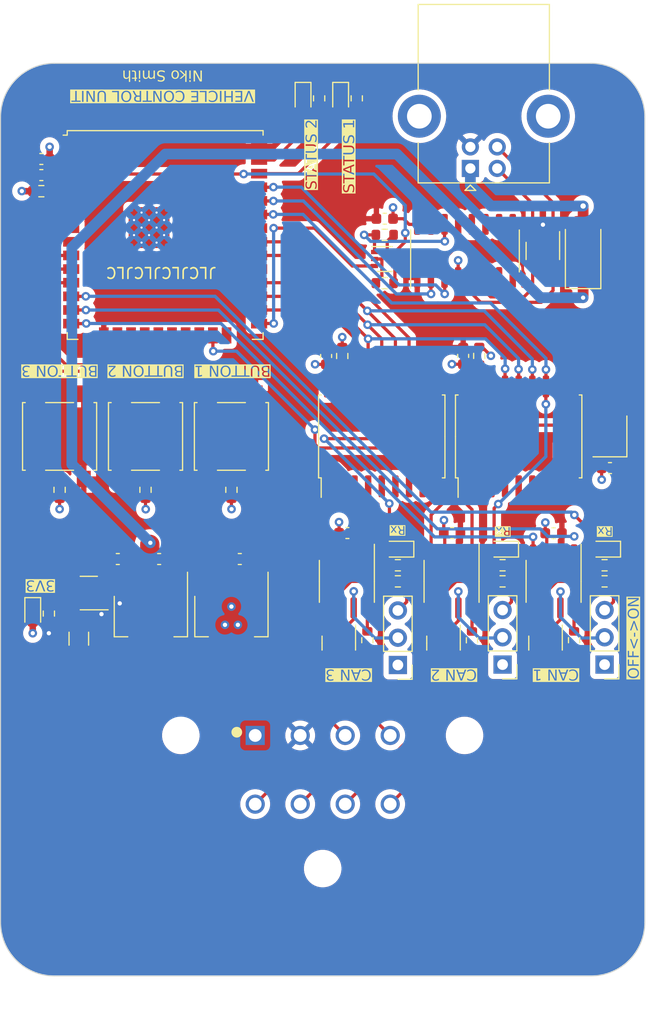
<source format=kicad_pcb>
(kicad_pcb (version 20221018) (generator pcbnew)
  (layers (0 "F.Cu" signal) (1 "In1.Cu" signal) (2 "In2.Cu" signal) (31 "B.Cu" signal) (34 "B.Paste" user) (35 "F.Paste" user) (36 "B.SilkS" user "B.Silkscreen") (37 "F.SilkS" user "F.Silkscreen") (38 "B.Mask" user) (39 "F.Mask" user) (44 "Edge.Cuts" user))
  (net 0 "")
  (net 1 "EN")
  (net 2 "GND")
  (net 3 "+3V3")
  (net 4 "+5V")
  (net 5 "Net-(Q2-S)")
  (net 6 "Net-(D1-A)")
  (net 7 "Net-(D2-K)")
  (net 8 "STATUS1_LED")
  (net 9 "CAN1-")
  (net 10 "CAN1+")
  (net 11 "CAN2-")
  (net 12 "CAN2+")
  (net 13 "CAN3-")
  (net 14 "CAN3+")
  (net 15 "Net-(D6-K)")
  (net 16 "CAN2_SPI_INT")
  (net 17 "Net-(D7-K)")
  (net 18 "CAN3_SPI_INT")
  (net 19 "Net-(D8-K)")
  (net 20 "CAN1_INT")
  (net 21 "Net-(D9-K)")
  (net 22 "STATUS2_LED")
  (net 23 "GLV+")
  (net 24 "Net-(Q2-D)")
  (net 25 "D-")
  (net 26 "D+")
  (net 28 "Net-(JP1-B)")
  (net 29 "Net-(JP2-B)")
  (net 30 "Net-(JP3-B)")
  (net 31 "RTS")
  (net 32 "Net-(Q1A-B1)")
  (net 33 "IO0")
  (net 34 "DTR")
  (net 35 "Net-(Q1B-B2)")
  (net 36 "Net-(U4-Rs)")
  (net 37 "Net-(U5-Rs)")
  (net 38 "Net-(U6-~{RESET})")
  (net 39 "Net-(U7-Rs)")
  (net 40 "Net-(U8-~{RESET})")
  (net 41 "Button 1")
  (net 42 "Button 2")
  (net 43 "Button 3")
  (net 44 "D- Out")
  (net 45 "D+ Out")
  (net 49 "MISO")
  (net 50 "MOSI")
  (net 51 "SCLK")
  (net 60 "CAN1_TX")
  (net 61 "CAN3_CS")
  (net 62 "CAN1_RX")
  (net 63 "CAN2_CS")
  (net 65 "TxD")
  (net 66 "RxD")
  (net 75 "CAN2_TX")
  (net 76 "CAN2_RX")
  (net 78 "CAN3_TX")
  (net 79 "CAN3_RX")
  (net 95 "OSC_OUT")
  (net 97 "Net-(D10-K)")
  (footprint "Capacitor_SMD:C_0603_1608Metric" (layer "F.Cu") (at 142.28 101.17)
    (fp_text reference "C12" hide)
    (fp_text value "22u")
  )
  (footprint "Resistor_SMD:R_0603_1608Metric" (layer "F.Cu") (at 153.17 58.2625 90)
    (fp_text reference "R1" hide)
    (fp_text value "2.2k")
  )
  (footprint "DTM_Header:ATM15-08" (layer "F.Cu") (at 150 120.8)
    (fp_text reference "J2" hide)
    (fp_text value "ATM13-08")
  )
  (footprint "Capacitor_SMD:C_0603_1608Metric" (layer "F.Cu") (at 176.75 92.7 180)
    (fp_text reference "C14" hide)
    (fp_text value "0.1uF")
  )
  (footprint "Button_Switch_SMD:SW_SPST_B3S-1000" (layer "F.Cu") (at 141.5 89.75 90)
    (fp_text reference "SW3" hide)
    (fp_text value "Button 1")
  )
  (footprint "Package_TO_SOT_SMD:SOT-363_SC-70-6" (layer "F.Cu") (at 155.775 73.225)
    (fp_text reference "Q1" hide)
    (fp_text value "BC847BS")
  )
  (footprint "Resistor_SMD:R_0603_1608Metric" (layer "F.Cu") (at 166.75 101.75)
    (fp_text reference "R6" hide)
    (fp_text value "2.2k")
  )
  (footprint "Package_SO:SOIC-18W_7.5x11.6mm_P1.27mm" (layer "F.Cu") (at 168.25 89.75 90)
    (fp_text reference "U8" hide)
    (fp_text value "MCP2515-xSO")
  )
  (footprint "Package_SO:SOIC-8_3.9x4.9mm_P1.27mm" (layer "F.Cu") (at 162 103.25 -90)
    (fp_text reference "U5" hide)
    (fp_text value "SN65HVD230")
  )
  (footprint "Resistor_SMD:R_0603_1608Metric" (layer "F.Cu") (at 151.82 82.26 90)
    (fp_text reference "R9" hide)
    (fp_text value "10k")
  )
  (footprint "Resistor_SMD:R_0603_1608Metric" (layer "F.Cu") (at 155.775 70.975 180)
    (fp_text reference "R5" hide)
    (fp_text value "3k")
  )
  (footprint "Package_SO:SOIC-8_3.9x4.9mm_P1.27mm" (layer "F.Cu") (at 171.5 103.25 -90)
    (fp_text reference "U4" hide)
    (fp_text value "SN65HVD230")
  )
  (footprint "Capacitor_SMD:C_0603_1608Metric" (layer "F.Cu") (at 163.08 82.25 -90)
    (fp_text reference "C9" hide)
    (fp_text value "0.1uF")
  )
  (footprint "Resistor_SMD:R_0603_1608Metric" (layer "F.Cu") (at 141.5 94.725 -90)
    (fp_text reference "R19" hide)
    (fp_text value "10k")
  )
  (footprint "LED_SMD:LED_0603_1608Metric" (layer "F.Cu") (at 166.75 100.25 180)
    (fp_text reference "D6" hide)
    (fp_text value "GREEN")
  )
  (footprint "LED_SMD:LED_0603_1608Metric" (layer "F.Cu") (at 176.25 100.25 180)
    (fp_text reference "D8" hide)
    (fp_text value "GREEN")
  )
  (footprint "Package_TO_SOT_SMD:SOT-23" (layer "F.Cu") (at 151.5 109 -90)
    (fp_text reference "D5" hide)
    (fp_text value "SM712_SOT23")
  )
  (footprint "Package_SO:SOIC-16_3.9x9.9mm_P1.27mm" (layer "F.Cu") (at 163.25 72.475 90)
    (fp_text reference "U3" hide)
    (fp_text value "CH340C")
  )
  (footprint "Resistor_SMD:R_0603_1608Metric" (layer "F.Cu") (at 173.41 108.73 -90)
    (fp_text reference "R3" hide)
    (fp_text value "10k")
  )
  (footprint "Package_TO_SOT_SMD:SOT-23-3" (layer "F.Cu") (at 128.22 104.34 180)
    (fp_text reference "Q2" hide)
    (fp_text value "SSM3J328")
  )
  (footprint "Button_Switch_SMD:SW_SPST_B3S-1000" (layer "F.Cu") (at 133.5 89.75 90)
    (fp_text reference "SW2" hide)
    (fp_text value "Button 1")
  )
  (footprint "Fuse:Fuse_1206_3216Metric" (layer "F.Cu") (at 127.29 108.59 90)
    (fp_text reference "F1" hide)
    (fp_text value "1A")
  )
  (footprint "Resistor_SMD:R_0603_1608Metric" (layer "F.Cu") (at 157 103.25 180)
    (fp_text reference "R11" hide)
    (fp_text value "120")
  )
  (footprint "Resistor_SMD:R_0603_1608Metric" (layer "F.Cu") (at 124.5 106.25 90)
    (fp_text reference "R20" hide)
    (fp_text value "2.2k")
  )
  (footprint "Oscillator:Oscillator_SMD_Abracon_ASE-4Pin_3.2x2.5mm" (layer "F.Cu") (at 176.75 89.75 90)
    (fp_text reference "X3" hide)
    (fp_text value "8MHz")
  )
  (footprint "Resistor_SMD:R_0603_1608Metric" (layer "F.Cu") (at 154.16 108.73 -90)
    (fp_text reference "R10" hide)
    (fp_text value "10k")
  )
  (footprint "LED_SMD:LED_0603_1608Metric" (layer "F.Cu") (at 157 100.25 180)
    (fp_text reference "D7" hide)
    (fp_text value "GREEN")
  )
  (footprint "Package_TO_SOT_SMD:SOT-223-3_TabPin2" (layer "F.Cu") (at 141.5 106.5 -90)
    (fp_text reference "U9" hide)
    (fp_text value "AMS1117-3.3")
  )
  (footprint "Capacitor_SMD:C_0603_1608Metric" (layer "F.Cu") (at 162.05 98.75 180)
    (fp_text reference "C5" hide)
    (fp_text value "0.1uF")
  )
  (footprint "Package_TO_SOT_SMD:SOT-23-6" (layer "F.Cu") (at 170.5 72.475 -90)
    (fp_text reference "U1" hide)
    (fp_text value "USBLC6-2SC6")
  )
  (footprint "Package_TO_SOT_SMD:SOT-223-3_TabPin2" (layer "F.Cu") (at 134 106.5 -90)
    (fp_text reference "U10" hide)
    (fp_text value "AMS1117-5")
  )
  (footprint "Resistor_SMD:R_0603_1608Metric" (layer "F.Cu") (at 149.67 58.2625 90)
    (fp_text reference "R16" hide)
    (fp_text value "2.2k")
  )
  (footprint "Resistor_SMD:R_0603_1608Metric" (layer "F.Cu") (at 176.25 103.25 180)
    (fp_text reference "R8" hide)
    (fp_text value "120")
  )
  (footprint "RF_Module:ESP32-WROOM-32U" (layer "F.Cu") (at 135.33 70.99)
    (fp_text reference "U2" hide)
    (fp_text value "ESP32-WROOM-32")
  )
  (footprint "Diode_SMD:D_SMA" (layer "F.Cu") (at 174.25 72.475 90)
    (fp_text reference "D1" hide)
    (fp_text value "SS34")
  )
  (footprint "Capacitor_SMD:C_0603_1608Metric" (layer "F.Cu") (at 130.92 101.17 180)
    (fp_text reference "C13" hide)
    (fp_text value "22u")
  )
  (footprint "LED_SMD:LED_0603_1608Metric" (layer "F.Cu") (at 148.17 58.2625 -90)
    (fp_text reference "D9" hide)
    (fp_text value "GREEN")
  )
  (footprint "Capacitor_SMD:C_0603_1608Metric" (layer "F.Cu") (at 150.32 82.26 -90)
    (fp_text reference "C7" hide)
    (fp_text value "0.1uF")
  )
  (footprint "Package_TO_SOT_SMD:SOT-23" (layer "F.Cu") (at 161.25 109 -90)
    (fp_text reference "D4" hide)
    (fp_text value "SM712_SOT23")
  )
  (footprint "Connector_PinHeader_2.54mm:PinHeader_1x03_P2.54mm_Vertical" (layer "F.Cu") (at 157 111.04 180)
    (fp_text reference "JP1" hide)
    (fp_text value "Jumper_2_Open")
  )
  (footprint "Capacitor_SMD:C_0603_1608Metric" (layer "F.Cu") (at 152.3 98.75 180)
    (fp_text reference "C10" hide)
    (fp_text value "0.1uF")
  )
  (footprint "Capacitor_SMD:C_0603_1608Metric" (layer "F.Cu") (at 123.8 65.41 180)
    (fp_text reference "C1" hide)
    (fp_text value "100n")
  )
  (footprint "Connector_USB:USB_B_Lumberg_2411_02_Horizontal" (layer "F.Cu") (at 163.75 64.7875 90)
    (fp_text reference "J1" hide)
    (fp_text value "USB_B")
  )
  (footprint "Capacitor_SMD:C_0603_1608Metric" (layer "F.Cu") (at 155.775 69.475)
    (fp_text reference "C3" hide)
    (fp_text value "100n")
  )
  (footprint "Resistor_SMD:R_0603_1608Metric" (layer "F.Cu") (at 166.75 103.25 180)
    (fp_text reference "R12" hide)
    (fp_text value "120")
  )
  (footprint "Resistor_SMD:R_0603_1608Metric" (layer "F.Cu") (at 123.8 66.91 180)
    (fp_text reference "R2" hide)
    (fp_text value "10k")
  )
  (footprint "Resistor_SMD:R_0603_1608Metric" (layer "F.Cu") (at 163.9 108.74 -90)
    (fp_text reference "R7" hide)
    (fp_text value "10k")
  )
  (footprint "LED_SMD:LED_0603_1608Metric" (layer "F.Cu") (at 123 106.25 -90)
    (fp_text reference "D10" hide)
    (fp_text value "GREEN")
  )
  (footprint "Resistor_SMD:R_0603_1608Metric" (layer "F.Cu") (at 176.25 101.75)
    (fp_text reference "R15" hide)
    (fp_text value "2.2k")
  )
  (footprint "Resistor_SMD:R_0603_1608Metric" (layer "F.Cu") (at 133.5 94.725 -90)
    (fp_text reference "R18" hide)
    (fp_text value "10k")
  )
  (footprint "Capacitor_SMD:C_0603_1608Metric" (layer "F.Cu") (at 123.8 63.91)
    (fp_text reference "C2" hide)
    (fp_text value "100n")
  )
  (footprint "Button_Switch_SMD:SW_SPST_B3S-1000" (layer "F.Cu") (at 125.5 89.75 90)
    (fp_text reference "SW1" hide)
    (fp_text value "Button 1")
  )
  (footprint "Resistor_SMD:R_0603_1608Metric" (layer "F.Cu") (at 164.58 82.25 90)
    (fp_text reference "R13" hide)
    (fp_text value "10k")
  )
  (footprint "Package_SO:SOIC-8_3.9x4.9mm_P1.27mm" (layer "F.Cu") (at 152.25 103.25 -90)
    (fp_text reference "U7" hide)
    (fp_text value "SN65HVD230")
  )
  (footprint "Capacitor_SMD:C_0603_1608Metric" (layer "F.Cu") (at 134.77 101.17)
    (fp_text reference "C11" hide)
    (fp_text value "22u")
  )
  (footprint "Connector_PinHeader_2.54mm:PinHeader_1x03_P2.54mm_Vertical" (layer "F.Cu") (at 176.25 111 180)
    (fp_text reference "JP3" hide)
    (fp_text value "Jumper_2_Open")
  )
  (footprint "LED_SMD:LED_0603_1608Metric" (layer "F.Cu") (at 151.67 58.2625 -90)
    (fp_text reference "D2" hide)
    (fp_text value "GREEN")
  )
  (footprint "Resistor_SMD:R_0603_1608Metric" (layer "F.Cu") (at 125.5 94.725 -90)
    (fp_text reference "R17" hide)
    (fp_text value "10k")
  )
  (footprint "Resistor_SMD:R_0603_1608Metric" (layer "F.Cu") (at 157 101.75)
    (fp_text reference "R14" hide)
    (fp_text value "2.2k")
  )
  (footprint "Connector_PinHeader_2.54mm:PinHeader_1x03_P2.54mm_Vertical" (layer "F.Cu") (at 166.75 111 180)
    (fp_text reference "JP2" hide)
    (fp_text value "Jumper_2_Open")
  )
  (footprint "Package_SO:SOIC-18W_7.5x11.6mm_P1.27mm" (layer "F.Cu") (at 155.5 89.75 90)
    (fp_text reference "U6" hide)
    (fp_text value "MCP2515-xSO")
  )
  (footprint "Package_TO_SOT_SMD:SOT-23" (layer "F.Cu") (at 170.75 109 -90)
    (fp_text reference "D3" hide)
    (fp_text value "SM712_SOT23")
  )
  (footprint "Resistor_SMD:R_0603_1608Metric" (layer "F.Cu") (at 155.775 75.475)
    (fp_text reference "R4" hide)
    (fp_text value "10k")
  )
  (footprint "Capacitor_SMD:C_0603_1608Metric" (layer "F.Cu") (at 171.5 98.77 180)
    (fp_text reference "C4" hide)
    (fp_text value "0.1uF")
  )
  (gr_line (start 125 55) (end 175 55) (stroke (width 0.1)) (layer "Edge.Cuts"))
  (gr_arc (start 175 55) (mid 178.535534 56.464466) (end 180 60) (stroke (width 0.1)) (layer "Edge.Cuts"))
  (gr_line (start 120 135) (end 120 60) (stroke (width 0.1)) (layer "Edge.Cuts"))
  (gr_line (start 180 60) (end 180 135) (stroke (width 0.1)) (layer "Edge.Cuts"))
  (gr_arc (start 120 60) (mid 121.464466 56.464466) (end 125 55) (stroke (width 0.1)) (layer "Edge.Cuts"))
  (gr_arc (start 180 135) (mid 178.535534 138.535534) (end 175 140) (stroke (width 0.1)) (layer "Edge.Cuts"))
  (gr_line (start 175 140) (end 125 140) (stroke (width 0.1)) (layer "Edge.Cuts"))
  (gr_arc (start 125 140) (mid 121.464466 138.535534) (end 120 135) (stroke (width 0.1)) (layer "Edge.Cuts"))
  (gr_text "STATUS 2" (at 149.6 60.2 90) (layer "F.SilkS" knockout) (effects (font (size 1 1)) (justify right bottom)))
  (gr_text "Niko Smith" (at 135.1 55.5 180) (layer "F.SilkS") (effects (font (size 1 1)) (justify bottom)))
  (gr_text "Rx" (at 166.8 99 180) (layer "F.SilkS" knockout) (effects (font (size 0.8 0.8) (thickness 0.15) italic) (justify top)))
  (gr_text "Rx" (at 157 98.9 180) (layer "F.SilkS" knockout) (effects (font (size 0.8 0.8) (thickness 0.15) italic) (justify top)))
  (gr_text "BUTTON 2" (at 133.5 83 180) (layer "F.SilkS" knockout) (effects (font (size 1 1)) (justify bottom)))
  (gr_text "CAN 1" (at 171.7 111.3 180) (layer "F.SilkS" knockout) (effects (font (size 1 1)) (justify bottom)))
  (gr_text "JLCJLCJLCJLC" (at 140.2 73.9 180) (layer "F.SilkS") (effects (font (size 1 1)) (justify left bottom)))
  (gr_text "VEHICLE CONTROL UNIT" (at 135.1 57.4 180) (layer "F.SilkS" knockout) (effects (font (size 1 1)) (justify bottom)))
  (gr_text "3V3" (at 123.7 103 180) (layer "F.SilkS" knockout) (effects (font (size 1 1)) (justify bottom)))
  (gr_text "BUTTON 1" (at 141.6 83 180) (layer "F.SilkS" knockout) (effects (font (size 1 1)) (justify bottom)))
  (gr_text "STATUS 1\n" (at 153.1 60.2 90) (layer "F.SilkS" knockout) (effects (font (size 1 1.05)) (justify right bottom)))
  (gr_text "Rx" (at 176.3 99 180) (layer "F.SilkS" knockout) (effects (font (size 0.8 0.8) (thickness 0.15) italic) (justify top)))
  (gr_text "BUTTON 3" (at 125.5 83 180) (layer "F.SilkS" knockout) (effects (font (size 1 1)) (justify bottom)))
  (gr_text "CAN 2" (at 162.2 111.3 180) (layer "F.SilkS" knockout) (effects (font (size 1 1) (thickness 0.125)) (justify bottom)))
  (gr_text "CAN 3" (at 152.4 111.3 180) (layer "F.SilkS" knockout) (effects (font (size 1 1)) (justify bottom)))
  (gr_text "OFF<->ON\n" (at 179.6 108.5 90) (layer "F.SilkS" knockout) (effects (font (size 1 1)) (justify bottom)))
  (segment (start 126.58 65.275) (end 124.71 65.275) (width 0.6) (layer "F.Cu") (net 1))
  (segment (start 126.615 65.31) (end 126.58 65.275) (width 0.3) (layer "F.Cu") (net 1))
  (segment (start 124.625 66.91) (end 124.625 65.46) (width 0.6) (layer "F.Cu") (net 1))
  (segment (start 124.625 65.46) (end 124.575 65.41) (width 0.6) (layer "F.Cu") (net 1))
  (segment (start 124.71 65.275) (end 124.575 65.41) (width 0.6) (layer "F.Cu") (net 1))
  (segment (start 142.64 65.31) (end 126.615 65.31) (width 0.3) (layer "F.Cu") (net 1))
  (segment (start 156.725 72.575) (end 157.69 71.61) (width 0.3) (layer "F.Cu") (net 1))
  (segment (start 157.69 71.61) (end 157.69 70.79) (width 0.3) (layer "F.Cu") (net 1))
  (via (at 142.64 65.31) (size 0.8) (drill 0.4) (layers "F.Cu" "B.Cu") (net 1))
  (via (at 157.69 70.79) (size 0.8) (drill 0.4) (layers "F.Cu" "B.Cu") (net 1))
  (segment (start 142.64 65.31) (end 154.76 65.31) (width 0.3) (layer "B.Cu") (net 1))
  (segment (start 154.76 65.31) (end 157.69 68.24) (width 0.3) (layer "B.Cu") (net 1))
  (segment (start 157.69 68.24) (end 157.69 70.79) (width 0.3) (layer "B.Cu") (net 1))
  (segment (start 170.5 71.3375) (end 170.5 70.04) (width 0.3) (layer "F.Cu") (net 2))
  (segment (start 170.5 70.04) (end 170.51 70.03) (width 0.3) (layer "F.Cu") (net 2))
  (via (at 170.51 70.03) (size 0.8) (drill 0.4) (layers "F.Cu" "B.Cu") (net 2))
  (via (at 129.4 106.3) (size 0.8) (drill 0.4) (layers "F.Cu" "B.Cu") (net 2))
  (via (at 124.5 108.08) (size 0.8) (drill 0.4) (layers "F.Cu" "B.Cu") (net 2))
  (via (at 131.1 105.3) (size 0.8) (drill 0.4) (layers "F.Cu" "B.Cu") (net 2))
  (segment (start 175.975 92.7) (end 175.975 93.775) (width 0.3) (layer "F.Cu") (net 3))
  (segment (start 150.42 83.135) (end 150.32 83.035) (width 0.3) (layer "F.Cu") (net 3))
  (segment (start 161.275 97.565) (end 161.275 98.75) (width 0.3) (layer "F.Cu") (net 3))
  (segment (start 151.525 98.75) (end 151.525 97.735) (width 0.3) (layer "F.Cu") (net 3))
  (segment (start 124.575 62.785) (end 124.57 62.78) (width 0.6) (layer "F.Cu") (net 3))
  (segment (start 150.32 83.035) (end 149.295 83.035) (width 0.3) (layer "F.Cu") (net 3))
  (segment (start 170.865 98.91) (end 170.725 98.77) (width 0.3) (layer "F.Cu") (net 3))
  (segment (start 161.365 100.775) (end 161.365 98.84) (width 0.3) (layer "F.Cu") (net 3))
  (segment (start 161.365 98.84) (end 161.275 98.75) (width 0.3) (layer "F.Cu") (net 3))
  (segment (start 149.295 83.035) (end 149.29 83.03) (width 0.3) (layer "F.Cu") (net 3))
  (segment (start 141.5 96.51) (end 141.51 96.52) (width 0.3) (layer "F.Cu") (net 3))
  (segment (start 163.08 83.025) (end 162.035 83.025) (width 0.3) (layer "F.Cu") (net 3))
  (segment (start 162.615 73.355) (end 162.615 74.95) (width 0.3) (layer "F.Cu") (net 3))
  (segment (start 141.5 95.55) (end 141.5 96.51) (width 0.3) (layer "F.Cu") (net 3))
  (segment (start 151.82 80.5) (end 151.82 81.435) (width 0.3) (layer "F.Cu") (net 3))
  (segment (start 175.925 92.65) (end 175.975 92.7) (width 0.3) (layer "F.Cu") (net 3))
  (segment (start 163.17 85.1) (end 163.17 83.115) (width 0.3) (layer "F.Cu") (net 3))
  (segment (start 163.17 83.115) (end 163.08 83.025) (width 0.3) (layer "F.Cu") (net 3))
  (segment (start 125.5 95.55) (end 125.5 96.52) (width 0.3) (layer "F.Cu") (net 3))
  (segment (start 124.575 63.91) (end 124.575 62.785) (width 0.6) (layer "F.Cu") (net 3))
  (segment (start 170.725 98.77) (end 170.725 97.775) (width 0.3) (layer "F.Cu") (net 3))
  (segment (start 126.58 64.005) (end 124.67 64.005) (width 0.6) (layer "F.Cu") (net 3))
  (segment (start 158.05 70) (end 157.525 69.475) (width 0.3) (layer "F.Cu") (net 3))
  (segment (start 158.805 70) (end 158.05 70) (width 0.3) (layer "F.Cu") (net 3))
  (segment (start 124.67 64.005) (end 124.575 63.91) (width 0.6) (layer "F.Cu") (net 3))
  (segment (start 175.975 93.775) (end 175.98 93.78) (width 0.3) (layer "F.Cu") (net 3))
  (segment (start 133.5 95.55) (end 133.5 96.51) (width 0.3) (layer "F.Cu") (net 3))
  (segment (start 123 107.0375) (end 123 108.08) (width 0.6) (layer "F.Cu") (net 3))
  (segment (start 164.58 81.425) (end 164.845 81.425) (width 0.3) (layer "F.Cu") (net 3))
  (segment (start 161.29 97.55) (end 161.275 97.565) (width 0.3) (layer "F.Cu") (net 3))
  (segment (start 150.42 85.1) (end 150.42 83.135) (width 0.3) (layer "F.Cu") (net 3))
  (segment (start 175.925 90.8) (end 175.925 92.65) (width 0.3) (layer "F.Cu") (net 3))
  (segment (start 122.975 66.91) (end 121.99 66.91) (width 0.6) (layer "F.Cu") (net 3))
  (segment (start 157.525 69.475) (end 156.55 69.475) (width 0.3) (layer "F.Cu") (net 3))
  (segment (start 151.615 98.84) (end 151.525 98.75) (width 0.3) (layer "F.Cu") (net 3))
  (segment (start 170.725 97.775) (end 170.73 97.77) (width 0.3) (layer "F.Cu") (net 3))
  (segment (start 151.615 100.775) (end 151.615 98.84) (width 0.3) (layer "F.Cu") (net 3))
  (segment (start 164.845 81.425) (end 165.66 82.24) (width 0.3) (layer "F.Cu") (net 3))
  (segment (start 133.5 96.51) (end 133.52 96.53) (width 0.3) (layer "F.Cu") (net 3))
  (segment (start 156.55 69.475) (end 156.55 68.43) (width 0.3) (layer "F.Cu") (net 3))
  (segment (start 121.99 66.91) (end 121.98 66.9) (width 0.6) (layer "F.Cu") (net 3))
  (segment (start 151.525 97.735) (end 151.52 97.73) (width 0.3) (layer "F.Cu") (net 3))
  (segment (start 162.035 83.025) (end 162.03 83.02) (width 0.3) (layer "F.Cu") (net 3))
  (segment (start 170.865 100.775) (end 170.865 98.91) (width 0.3) (layer "F.Cu") (net 3))
  (via (at 162.615 73.355) (size 0.8) (drill 0.4) (layers "F.Cu" "B.Cu") (net 3))
  (via (at 149.29 83.03) (size 0.8) (drill 0.4) (layers "F.Cu" "B.Cu") (net 3))
  (via (at 121.98 66.9) (size 0.8) (drill 0.4) (layers "F.Cu" "B.Cu") (net 3))
  (via (at 170.73 97.77) (size 0.8) (drill 0.4) (layers "F.Cu" "B.Cu") (net 3))
  (via (at 124.57 62.78) (size 0.8) (drill 0.4) (layers "F.Cu" "B.Cu") (net 3))
  (via (at 165.66 82.24) (size 0.8) (drill 0.4) (layers "F.Cu" "B.Cu") (net 3))
  (via (at 140.9 107.3) (size 0.8) (drill 0.4) (layers "F.Cu" "B.Cu") (net 3))
  (via (at 141.5 105.6) (size 0.8) (drill 0.4) (layers "F.Cu" "B.Cu") (net 3))
  (via (at 141.51 96.52) (size 0.8) (drill 0.4) (layers "F.Cu" "B.Cu") (net 3))
  (via (at 175.98 93.78) (size 0.8) (drill 0.4) (layers "F.Cu" "B.Cu") (net 3))
  (via (at 156.55 68.43) (size 0.8) (drill 0.4) (layers "F.Cu" "B.Cu") (net 3))
  (via (at 162.03 83.02) (size 0.8) (drill 0.4) (layers "F.Cu" "B.Cu") (net 3))
  (via (at 151.52 97.73) (size 0.8) (drill 0.4) (layers "F.Cu" "B.Cu") (net 3))
  (via (at 133.52 96.53) (size 0.8) (drill 0.4) (layers "F.Cu" "B.Cu") (net 3))
  (via (at 151.82 80.5) (size 0.8) (drill 0.4) (layers "F.Cu" "B.Cu") (net 3))
  (via (at 125.5 96.52) (size 0.8) (drill 0.4) (layers "F.Cu" "B.Cu") (net 3))
  (via (at 142.1 107.3) (size 0.8) (drill 0.4) (layers "F.Cu" "B.Cu") (net 3))
  (via (at 161.29 97.55) (size 0.8) (drill 0.4) (layers "F.Cu" "B.Cu") (net 3))
  (via (at 123 108.08) (size 0.8) (drill 0.4) (layers "F.Cu" "B.Cu") (net 3))
  (segment (start 170.5 73.6125) (end 170.5 72.84) (width 0.3) (layer "F.Cu") (net 4))
  (segment (start 170.5 72.84) (end 170.84 72.5) (width 0.3) (layer "F.Cu") (net 4))
  (segment (start 174.25 73.07) (end 174.25 74.475) (width 0.3) (layer "F.Cu") (net 4))
  (segment (start 173.68 72.5) (end 174.25 73.07) (width 0.3) (layer "F.Cu") (net 4))
  (segment (start 170.84 72.5) (end 173.68 72.5) (width 0.3) (layer "F.Cu") (net 4))
  (segment (start 174.25 74.475) (end 174.25 76.83) (width 1) (layer "F.Cu") (net 4))
  (via (at 174.25 76.83) (size 0.8) (drill 0.4) (layers "F.Cu" "B.Cu") (net 4))
  (via (at 133.95 99.66) (size 0.8) (drill 0.4) (layers "F.Cu" "B.Cu") (net 4))
  (segment (start 126.64 72.16) (end 126.64 92.35) (width 1) (layer "B.Cu") (net 4))
  (segment (start 135.35 63.45) (end 126.64 72.16) (width 1) (layer "B.Cu") (net 4))
  (segment (start 170.29 76.83) (end 156.91 63.45) (width 1) (layer "B.Cu") (net 4))
  (segment (start 156.91 63.45) (end 135.35 63.45) (width 1) (layer "B.Cu") (net 4))
  (segment (start 174.25 76.83) (end 170.29 76.83) (width 1) (layer "B.Cu") (net 4))
  (segment (start 126.64 92.35) (end 133.95 99.66) (width 1) (layer "B.Cu") (net 4))
  (segment (start 131.695 103.345) (end 131.7 103.35) (width 0.6) (layer "F.Cu") (net 5))
  (segment (start 131.66 103.39) (end 131.7 103.35) (width 0.6) (layer "F.Cu") (net 5))
  (segment (start 131.695 101.17) (end 131.695 103.345) (width 0.6) (layer "F.Cu") (net 5))
  (segment (start 129.3575 103.39) (end 131.66 103.39) (width 0.6) (layer "F.Cu") (net 5))
  (segment (start 174.25 70.475) (end 174.25 68.29) (width 1) (layer "F.Cu") (net 6))
  (via (at 174.25 68.29) (size 1) (drill 0.5) (layers "F.Cu" "B.Cu") (net 6))
  (segment (start 163.75 66.36) (end 163.75 64.7875) (width 1) (layer "B.Cu") (net 6))
  (segment (start 174.25 68.29) (end 165.68 68.29) (width 1) (layer "B.Cu") (net 6))
  (segment (start 165.68 68.29) (end 163.75 66.36) (width 1) (layer "B.Cu") (net 6))
  (segment (start 151.67 57.475) (end 153.1325 57.475) (width 0.3) (layer "F.Cu") (net 7))
  (segment (start 153.1325 57.475) (end 153.17 57.4375) (width 0.3) (layer "F.Cu") (net 7))
  (segment (start 144.08 65.275) (end 147.735 65.275) (width 0.3) (layer "F.Cu") (net 8))
  (segment (start 151.67 61.34) (end 151.67 59.05) (width 0.3) (layer "F.Cu") (net 8))
  (segment (start 147.735 65.275) (end 151.67 61.34) (width 0.3) (layer "F.Cu") (net 8))
  (segment (start 169.8 108.0625) (end 169.8 114.42) (width 0.3) (layer "F.Cu") (net 9))
  (segment (start 170.59 107.02) (end 170.83 106.78) (width 0.3) (layer "F.Cu") (net 9))
  (segment (start 154.555 121.54) (end 152.095 124) (width 0.3) (layer "F.Cu") (net 9))
  (segment (start 169.8 114.42) (end 162.68 121.54) (width 0.3) (layer "F.Cu") (net 9))
  (segment (start 170.83 106.78) (end 170.83 105.76) (width 0.3) (layer "F.Cu") (net 9))
  (segment (start 170.83 105.76) (end 170.865 105.725) (width 0.3) (layer "F.Cu") (net 9))
  (segment (start 169.8 107.22) (end 170 107.02) (width 0.3) (layer "F.Cu") (net 9))
  (segment (start 169.8 108.0625) (end 169.8 107.22) (width 0.3) (layer "F.Cu") (net 9))
  (segment (start 162.68 121.54) (end 154.555 121.54) (width 0.3) (layer "F.Cu") (net 9))
  (segment (start 170.865 104.195) (end 171.81 103.25) (width 0.3) (layer "F.Cu") (net 9))
  (segment (start 170 107.02) (end 170.59 107.02) (width 0.3) (layer "F.Cu") (net 9))
  (segment (start 171.81 103.25) (end 175.425 103.25) (width 0.3) (layer "F.Cu") (net 9))
  (segment (start 170.865 105.725) (end 170.865 104.195) (width 0.3) (layer "F.Cu") (net 9))
  (segment (start 172.135 106.815) (end 172.135 105.725) (width 0.3) (layer "F.Cu") (net 10))
  (segment (start 171.7 113.58) (end 163.03 122.25) (width 0.3) (layer "F.Cu") (net 10))
  (segment (start 172.135 105.725) (end 172.135 104.205) (width 0.3) (layer "F.Cu") (net 10))
  (segment (start 158.035 122.25) (end 156.285 124) (width 0.3) (layer "F.Cu") (net 10))
  (segment (start 171.7 107.25) (end 172.135 106.815) (width 0.3) (layer "F.Cu") (net 10))
  (segment (start 171.7 108.0625) (end 171.7 107.25) (width 0.3) (layer "F.Cu") (net 10))
  (segment (start 172.135 104.205) (end 172.14 104.2) (width 0.3) (layer "F.Cu") (net 10))
  (segment (start 171.7 108.0625) (end 171.7 113.58) (width 0.3) (layer "F.Cu") (net 10))
  (segment (start 163.03 122.25) (end 158.035 122.25) (width 0.3) (layer "F.Cu") (net 10))
  (via (at 172.14 104.2) (size 0.8) (drill 0.4) (layers "F.Cu" "B.Cu") (net 10))
  (segment (start 174.085 108.525) (end 176.25 108.525) (width 0.3) (layer "B.Cu") (net 10))
  (segment (start 172.14 104.2) (end 172.14 106.58) (width 0.3) (layer "B.Cu") (net 10))
  (segment (start 172.14 106.58) (end 174.085 108.525) (width 0.3) (layer "B.Cu") (net 10))
  (segment (start 160.3 108.0625) (end 160.3 107.2) (width 0.3) (layer "F.Cu") (net 11))
  (segment (start 155.88 120.11) (end 147.605 120.11) (width 0.3) (layer "F.Cu") (net 11))
  (segment (start 160.3 107.2) (end 160.49 107.01) (width 0.3) (layer "F.Cu") (net 11))
  (segment (start 161.365 104.315) (end 162.43 103.25) (width 0.3) (layer "F.Cu") (net 11))
  (segment (start 160.3 115.69) (end 155.88 120.11) (width 0.3) (layer "F.Cu") (net 11))
  (segment (start 161.16 107.01) (end 161.365 106.805) (width 0.3) (layer "F.Cu") (net 11))
  (segment (start 160.3 108.0625) (end 160.3 115.69) (width 0.3) (layer "F.Cu") (net 11))
  (segment (start 161.365 105.725) (end 161.365 104.315) (width 0.3) (layer "F.Cu") (net 11))
  (segment (start 160.49 107.01) (end 161.16 107.01) (width 0.3) (layer "F.Cu") (net 11))
  (segment (start 162.43 103.25) (end 165.925 103.25) (width 0.3) (layer "F.Cu") (net 11))
  (segment (start 147.605 120.11) (end 143.715 124) (width 0.3) (layer "F.Cu") (net 11))
  (segment (start 161.365 106.805) (end 161.365 105.725) (width 0.3) (layer "F.Cu") (net 11))
  (segment (start 162.2 108.0625) (end 162.2 114.81) (width 0.3) (layer "F.Cu") (net 12))
  (segment (start 156.17 120.84) (end 151.065 120.84) (width 0.3) (layer "F.Cu") (net 12))
  (segment (start 162.2 114.81) (end 156.17 120.84) (width 0.3) (layer "F.Cu") (net 12))
  (segment (start 162.2 108.0625) (end 162.2 107.36) (width 0.3) (layer "F.Cu") (net 12))
  (segment (start 151.065 120.84) (end 147.905 124) (width 0.3) (layer "F.Cu") (net 12))
  (segment (start 162.635 104.195) (end 162.63 104.19) (width 0.3) (layer "F.Cu") (net 12))
  (segment (start 162.635 105.725) (end 162.635 104.195) (width 0.3) (layer "F.Cu") (net 12))
  (segment (start 162.635 106.925) (end 162.635 105.725) (width 0.3) (layer "F.Cu") (net 12))
  (segment (start 162.2 107.36) (end 162.635 106.925) (width 0.3) (layer "F.Cu") (net 12))
  (via (at 162.63 104.19) (size 0.8) (drill 0.4) (layers "F.Cu" "B.Cu") (net 12))
  (segment (start 164.565 108.525) (end 166.75 108.525) (width 0.3) (layer "B.Cu") (net 12))
  (segment (start 162.63 106.59) (end 164.565 108.525) (width 0.3) (layer "B.Cu") (net 12))
  (segment (start 162.63 104.19) (end 162.63 106.59) (width 0.3) (layer "B.Cu") (net 12))
  (segment (start 151.615 105.725) (end 151.615 104.275) (width 0.3) (layer "F.Cu") (net 13))
  (segment (start 150.55 116.055) (end 152.095 117.6) (width 0.3) (layer "F.Cu") (net 13))
  (segment (start 151.4 107.04) (end 151.615 106.825) (width 0.3) (layer "F.Cu") (net 13))
  (segment (start 150.55 108.0625) (end 150.55 116.055) (width 0.3) (layer "F.Cu") (net 13))
  (segment (start 150.55 108.0625) (end 150.55 107.23) (width 0.3) (layer "F.Cu") (net 13))
  (segment (start 150.74 107.04) (end 151.4 107.04) (width 0.3) (layer "F.Cu") (net 13))
  (segment (start 151.615 106.825) (end 151.615 105.725) (width 0.3) (layer "F.Cu") (net 13))
  (segment (start 152.64 103.25) (end 156.175 103.25) (width 0.3) (layer "F.Cu") (net 13))
  (segment (start 150.55 107.23) (end 150.74 107.04) (width 0.3) (layer "F.Cu") (net 13))
  (segment (start 151.615 104.275) (end 152.64 103.25) (width 0.3) (layer "F.Cu") (net 13))
  (segment (start 152.45 108.0625) (end 152.45 107.21) (width 0.3) (layer "F.Cu") (net 14))
  (segment (start 152.885 106.775) (end 152.885 105.725) (width 0.3) (layer "F.Cu") (net 14))
  (segment (start 152.885 104.185) (end 152.89 104.18) (width 0.3) (layer "F.Cu") (net 14))
  (segment (start 152.885 105.725) (end 152.885 104.185) (width 0.3) (layer "F.Cu") (net 14))
  (segment (start 152.45 108.0625) (end 152.45 113.765) (width 0.3) (layer "F.Cu") (net 14))
  (segment (start 152.45 107.21) (end 152.885 106.775) (width 0.3) (layer "F.Cu") (net 14))
  (segment (start 152.45 113.765) (end 156.285 117.6) (width 0.3) (layer "F.Cu") (net 14))
  (via (at 152.89 104.18) (size 0.8) (drill 0.4) (layers "F.Cu" "B.Cu") (net 14))
  (segment (start 152.89 106.57) (end 154.845 108.525) (width 0.3) (layer "B.Cu") (net 14))
  (segment (start 154.845 108.525) (end 157 108.525) (width 0.3) (layer "B.Cu") (net 14))
  (segment (start 152.89 104.18) (end 152.89 106.57) (width 0.3) (layer "B.Cu") (net 14))
  (segment (start 167.5375 101.7125) (end 167.575 101.75) (width 0.3) (layer "F.Cu") (net 15))
  (segment (start 167.5375 100.25) (end 167.5375 101.7125) (width 0.3) (layer "F.Cu") (net 15))
  (segment (start 170.79 85.1) (end 170.79 83.52) (width 0.3) (layer "F.Cu") (net 16))
  (segment (start 170.78 85.11) (end 170.79 85.1) (width 0.3) (layer "F.Cu") (net 16))
  (segment (start 145.39 69.07) (end 144.095 69.07) (width 0.3) (layer "F.Cu") (net 16))
  (segment (start 166.35 96.0505) (end 165.9625 96.438) (width 0.3) (layer "F.Cu") (net 16))
  (segment (start 170.78 86.75) (end 170.78 85.11) (width 0.3) (layer "F.Cu") (net 16))
  (segment (start 165.9625 96.438) (end 165.9625 100.25) (width 0.3) (layer "F.Cu") (net 16))
  (segment (start 144.095 69.07) (end 144.08 69.085) (width 0.3) (layer "F.Cu") (net 16))
  (via (at 170.78 86.75) (size 0.8) (drill 0.4) (layers "F.Cu" "B.Cu") (net 16))
  (via (at 145.39 69.07) (size 0.8) (drill 0.4) (layers "F.Cu" "B.Cu") (net 16))
  (via (at 166.35 96.0505) (size 0.8) (drill 0.4) (layers "F.Cu" "B.Cu") (net 16))
  (via (at 170.79 83.52) (size 0.8) (drill 0.4) (layers "F.Cu" "B.Cu") (net 16))
  (segment (start 170.79 82.48) (end 165.63 77.32) (width 0.3) (layer "B.Cu") (net 16))
  (segment (start 156.42 77.32) (end 148.17 69.07) (width 0.3) (layer "B.Cu") (net 16))
  (segment (start 170.78 91.6205) (end 170.78 86.75) (width 0.3) (layer "B.Cu") (net 16))
  (segment (start 170.79 83.52) (end 170.79 82.48) (width 0.3) (layer "B.Cu") (net 16))
  (segment (start 166.35 96.0505) (end 170.78 91.6205) (width 0.3) (layer "B.Cu") (net 16))
  (segment (start 165.63 77.32) (end 156.42 77.32) (width 0.3) (layer "B.Cu") (net 16))
  (segment (start 148.17 69.07) (end 145.39 69.07) (width 0.3) (layer "B.Cu") (net 16))
  (segment (start 157.7875 100.25) (end 157.7875 101.7125) (width 0.3) (layer "F.Cu") (net 17))
  (segment (start 157.7875 101.7125) (end 157.825 101.75) (width 0.3) (layer "F.Cu") (net 17))
  (segment (start 156.2 96) (end 156.2125 96.0125) (width 0.3) (layer "F.Cu") (net 18))
  (segment (start 149.085 71.625) (end 144.08 71.625) (width 0.3) (layer "F.Cu") (net 18))
  (segment (start 156.2125 96.0125) (end 156.2125 100.25) (width 0.3) (layer "F.Cu") (net 18))
  (segment (start 158.04 85.1) (end 158.04 80.58) (width 0.3) (layer "F.Cu") (net 18))
  (segment (start 156.74 89.96) (end 158.04 88.66) (width 0.3) (layer "F.Cu") (net 18))
  (segment (start 158.04 80.58) (end 149.085 71.625) (width 0.3) (layer "F.Cu") (net 18))
  (segment (start 158.04 88.66) (end 158.04 85.1) (width 0.3) (layer "F.Cu") (net 18))
  (segment (start 150.13 89.96) (end 156.74 89.96) (width 0.3) (layer "F.Cu") (net 18))
  (via (at 150.13 89.96) (size 0.8) (drill 0.4) (layers "F.Cu" "B.Cu") (net 18))
  (via (at 156.2 96) (size 0.8) (drill 0.4) (layers "F.Cu" "B.Cu") (net 18))
  (segment (start 150.16 89.96) (end 150.13 89.96) (width 0.3) (layer "B.Cu") (net 18))
  (segment (start 156.2 96) (end 150.16 89.96) (width 0.3) (layer "B.Cu") (net 18))
  (segment (start 177.075 100.2875) (end 177.0375 100.25) (width 0.3) (layer "F.Cu") (net 19))
  (segment (start 177.075 101.75) (end 177.075 100.2875) (width 0.3) (layer "F.Cu") (net 19))
  (segment (start 127.935 76.705) (end 127.94 76.7) (width 0.3) (layer "F.Cu") (net 20))
  (segment (start 175.4625 99.0925) (end 175.4625 100.25) (width 0.3) (layer "F.Cu") (net 20))
  (segment (start 126.58 76.705) (end 127.935 76.705) (width 0.3) (layer "F.Cu") (net 20))
  (segment (start 173.435 97.065) (end 175.4625 99.0925) (width 0.3) (layer "F.Cu") (net 20))
  (via (at 127.94 76.7) (size 0.8) (drill 0.4) (layers "F.Cu" "B.Cu") (net 20))
  (via (at 173.435 97.065) (size 0.8) (drill 0.4) (layers "F.Cu" "B.Cu") (net 20))
  (segment (start 173.17 96.8) (end 160.08 96.8) (width 0.3) (layer "B.Cu") (net 20))
  (segment (start 160.08 96.8) (end 139.98 76.7) (width 0.3) (layer "B.Cu") (net 20))
  (segment (start 139.98 76.7) (end 127.94 76.7) (width 0.3) (layer "B.Cu") (net 20))
  (segment (start 173.435 97.065) (end 173.17 96.8) (width 0.3) (layer "B.Cu") (net 20))
  (segment (start 149.67 57.4375) (end 148.2075 57.4375) (width 0.3) (layer "F.Cu") (net 21))
  (segment (start 148.2075 57.4375) (end 148.17 57.475) (width 0.3) (layer "F.Cu") (net 21))
  (segment (start 145.485 64.005) (end 148.17 61.32) (width 0.3) (layer "F.Cu") (net 22))
  (segment (start 144.08 64.005) (end 145.485 64.005) (width 0.3) (layer "F.Cu") (net 22))
  (segment (start 148.17 61.32) (end 148.17 59.05) (width 0.3) (layer "F.Cu") (net 22))
  (segment (start 169.55 71.3375) (end 169.55 68.0875) (width 0.3) (layer "F.Cu") (net 25))
  (segment (start 169.55 68.0875) (end 166.25 64.7875) (width 0.3) (layer "F.Cu") (net 25))
  (segment (start 171.45 67.9875) (end 166.25 62.7875) (width 0.3) (layer "F.Cu") (net 26))
  (segment (start 171.45 71.3375) (end 171.45 67.9875) (width 0.3) (layer "F.Cu") (net 26))
  (segment (start 157.825 105.16) (end 157 105.985) (width 0.3) (layer "F.Cu") (net 28))
  (segment (start 157.825 103.25) (end 157.825 105.16) (width 0.3) (layer "F.Cu") (net 28))
  (segment (start 167.575 105.16) (end 167.575 103.25) (width 0.3) (layer "F.Cu") (net 29))
  (segment (start 166.75 105.985) (end 167.575 105.16) (width 0.3) (layer "F.Cu") (net 29))
  (segment (start 176.25 105.985) (end 177.075 105.16) (width 0.3) (layer "F.Cu") (net 30))
  (segment (start 177.075 105.16) (end 177.075 103.25) (width 0.3) (layer "F.Cu") (net 30))
  (segment (start 154.945 70.98) (end 154.95 70.975) (width 0.3) (layer "F.Cu") (net 31))
  (segment (start 154.825 71.1) (end 154.95 70.975) (width 0.3) (layer "F.Cu") (net 31))
  (segment (start 161.345 70) (end 161.345 71.555) (width 0.3) (layer "F.Cu") (net 31))
  (segment (start 161.345 71.555) (end 161.37 71.58) (width 0.3) (layer "F.Cu") (net 31))
  (segment (start 154.825 72.575) (end 154.825 71.1) (width 0.3) (layer "F.Cu") (net 31))
  (segment (start 153.86 70.98) (end 154.945 70.98) (width 0.3) (layer "F.Cu") (net 31))
  (via (at 161.37 71.58) (size 0.8) (drill 0.4) (layers "F.Cu" "B.Cu") (net 31))
  (via (at 153.86 70.98) (size 0.8) (drill 0.4) (layers "F.Cu" "B.Cu") (net 31))
  (segment (start 154.46 71.58) (end 153.86 70.98) (width 0.3) (layer "B.Cu") (net 31))
  (segment (start 161.37 71.58) (end 154.46 71.58) (width 0.3) (layer "B.Cu") (net 31))
  (segment (start 155.51 73.335) (end 155.51 74.915) (width 0.3) (layer "F.Cu") (net 32))
  (segment (start 155.51 74.915) (end 154.95 75.475) (width 0.3) (layer "F.Cu") (net 32))
  (segment (start 155.4 73.225) (end 155.51 73.335) (width 0.3) (layer "F.Cu") (net 32))
  (segment (start 154.825 73.225) (end 155.4 73.225) (width 0.3) (layer "F.Cu") (net 32))
  (segment (start 144.095 79.23) (end 144.08 79.245) (width 0.3) (layer "F.Cu") (net 33))
  (segment (start 154.825 73.875) (end 152.755 73.875) (width 0.3) (layer "F.Cu") (net 33))
  (segment (start 152.755 73.875) (end 149.23 70.35) (width 0.3) (layer "F.Cu") (net 33))
  (segment (start 149.23 70.35) (end 145.429502 70.35) (width 0.3) (layer "F.Cu") (net 33))
  (segment (start 145.44 79.23) (end 144.095 79.23) (width 0.3) (layer "F.Cu") (net 33))
  (via (at 145.44 79.23) (size 0.8) (drill 0.4) (layers "F.Cu" "B.Cu") (net 33))
  (via (at 145.429502 70.35) (size 0.8) (drill 0.4) (layers "F.Cu" "B.Cu") (net 33))
  (segment (start 145.429502 79.219502) (end 145.44 79.23) (width 0.3) (layer "B.Cu") (net 33))
  (segment (start 145.429502 70.35) (end 145.429502 79.219502) (width 0.3) (layer "B.Cu") (net 33))
  (segment (start 157.655 73.875) (end 158.37 73.16) (width 0.3) (layer "F.Cu") (net 34))
  (segment (start 156.725 75.35) (end 156.6 75.475) (width 0.3) (layer "F.Cu") (net 34))
  (segment (start 158.37 73.16) (end 161.37 73.16) (width 0.3) (layer "F.Cu") (net 34))
  (segment (start 162.615 71.915) (end 162.615 70) (width 0.3) (layer "F.Cu") (net 34))
  (segment (start 156.725 73.875) (end 156.725 75.35) (width 0.3) (layer "F.Cu") (net 34))
  (segment (start 161.37 73.16) (end 162.615 71.915) (width 0.3) (layer "F.Cu") (net 34))
  (segment (start 156.725 73.875) (end 157.655 73.875) (width 0.3) (layer "F.Cu") (net 34))
  (segment (start 156.01 73.085) (end 156.01 71.565) (width 0.3) (layer "F.Cu") (net 35))
  (segment (start 156.15 73.225) (end 156.01 73.085) (width 0.3) (layer "F.Cu") (net 35))
  (segment (start 156.01 71.565) (end 156.6 70.975) (width 0.3) (layer "F.Cu") (net 35))
  (segment (start 156.725 73.225) (end 156.15 73.225) (width 0.3) (layer "F.Cu") (net 35))
  (segment (start 173.405 105.725) (end 173.405 107.9) (width 0.3) (layer "F.Cu") (net 36))
  (segment (start 173.405 107.9) (end 173.41 107.905) (width 0.3) (layer "F.Cu") (net 36))
  (segment (start 163.905 105.725) (end 163.905 107.91) (width 0.3) (layer "F.Cu") (net 37))
  (segment (start 163.905 107.91) (end 163.9 107.915) (width 0.3) (layer "F.Cu") (net 37))
  (segment (start 151.69 83.215) (end 151.82 83.085) (width 0.3) (layer "F.Cu") (net 38))
  (segment (start 151.69 85.1) (end 151.69 83.215) (width 0.3) (layer "F.Cu") (net 38))
  (segment (start 154.155 107.9) (end 154.16 107.905) (width 0.3) (layer "F.Cu") (net 39))
  (segment (start 154.155 105.725) (end 154.155 107.9) (width 0.3) (layer "F.Cu") (net 39))
  (segment (start 164.44 83.215) (end 164.58 83.075) (width 0.3) (layer "F.Cu") (net 40))
  (segment (start 164.44 85.1) (end 164.44 83.215) (width 0.3) (layer "F.Cu") (net 40))
  (segment (start 141.5 93.9) (end 139.425 93.9) (width 0.3) (layer "F.Cu") (net 41))
  (segment (start 125.53 75.435) (end 126.58 75.435) (width 0.3) (layer "F.Cu") (net 41))
  (segment (start 124.54 76.425) (end 125.53 75.435) (width 0.3) (layer "F.Cu") (net 41))
  (segment (start 124.54 81.52) (end 124.54 76.425) (width 0.3) (layer "F.Cu") (net 41))
  (segment (start 139.25 93.725) (end 139.25 85.775) (width 0.3) (layer "F.Cu") (net 41))
  (segment (start 139.25 85.775) (end 139.25 84.84) (width 0.3) (layer "F.Cu") (net 41))
  (segment (start 126.1 83.08) (end 124.54 81.52) (width 0.3) (layer "F.Cu") (net 41))
  (segment (start 137.49 83.08) (end 126.1 83.08) (width 0.3) (layer "F.Cu") (net 41))
  (segment (start 139.425 93.9) (end 139.25 93.725) (width 0.3) (layer "F.Cu") (net 41))
  (segment (start 139.25 84.84) (end 137.49 83.08) (width 0.3) (layer "F.Cu") (net 41))
  (segment (start 123.88 81.86) (end 123.88 75.3) (width 0.3) (layer "F.Cu") (net 42))
  (segment (start 131.25 93.725) (end 131.25 85.775) (width 0.3) (layer "F.Cu") (net 42))
  (segment (start 130.59 83.68) (end 125.7 83.68) (width 0.3) (layer "F.Cu") (net 42))
  (segment (start 125.015 74.165) (end 126.58 74.165) (width 0.3) (layer "F.Cu") (net 42))
  (segment (start 131.25 85.775) (end 131.25 84.34) (width 0.3) (layer "F.Cu") (net 42))
  (segment (start 131.25 84.34) (end 130.59 83.68) (width 0.3) (layer "F.Cu") (net 42))
  (segment (start 133.5 93.9) (end 131.425 93.9) (width 0.3) (layer "F.Cu") (net 42))
  (segment (start 125.7 83.68) (end 123.88 81.86) (width 0.3) (layer "F.Cu") (net 42))
  (segment (start 123.88 75.3) (end 125.015 74.165) (width 0.3) (layer "F.Cu") (net 42))
  (segment (start 131.425 93.9) (end 131.25 93.725) (width 0.3) (layer "F.Cu") (net 42))
  (segment (start 123.25 85.775) (end 123.25 74.17) (width 0.3) (layer "F.Cu") (net 43))
  (segment (start 123.25 74.17) (end 124.525 72.895) (width 0.3) (layer "F.Cu") (net 43))
  (segment (start 124.525 72.895) (end 126.58 72.895) (width 0.3) (layer "F.Cu") (net 43))
  (segment (start 123.25 93.725) (end 123.25 85.775) (width 0.3) (layer "F.Cu") (net 43))
  (segment (start 123.425 93.9) (end 123.25 93.725) (width 0.3) (layer "F.Cu") (net 43))
  (segment (start 125.5 93.9) (end 123.425 93.9) (width 0.3) (layer "F.Cu") (net 43))
  (segment (start 169.55 73.6125) (end 169.55 75.95) (width 0.3) (layer "F.Cu") (net 44))
  (segment (start 165.155 76.265) (end 165.155 74.95) (width 0.3) (layer "F.Cu") (net 44))
  (segment (start 169.55 75.95) (end 168.75 76.75) (width 0.3) (layer "F.Cu") (net 44))
  (segment (start 165.64 76.75) (end 165.155 76.265) (width 0.3) (layer "F.Cu") (net 44))
  (segment (start 168.75 76.75) (end 165.64 76.75) (width 0.3) (layer "F.Cu") (net 44))
  (segment (start 164.7 77.26) (end 163.885 76.445) (width 0.3) (layer "F.Cu") (net 45))
  (segment (start 171.45 76.16) (end 170.35 77.26) (width 0.3) (layer "F.Cu") (net 45))
  (segment (start 171.45 73.6125) (end 171.45 76.16) (width 0.3) (layer "F.Cu") (net 45))
  (segment (start 170.35 77.26) (end 164.7 77.26) (width 0.3) (layer "F.Cu") (net 45))
  (segment (start 163.885 76.445) (end 163.885 74.95) (width 0.3) (layer "F.Cu") (net 45))
  (segment (start 154.23 85.1) (end 154.23 80.66) (width 0.3) (layer "F.Cu") (net 49))
  (segment (start 150.275 76.705) (end 144.08 76.705) (width 0.3) (layer "F.Cu") (net 49))
  (segment (start 166.98 85.1) (end 166.98 83.46) (width 0.3) (layer "F.Cu") (net 49))
  (segment (start 166.98 83.46) (end 166.99 83.45) (width 0.3) (layer "F.Cu") (net 49))
  (segment (start 154.23 80.66) (end 150.275 76.705) (width 0.3) (layer "F.Cu") (net 49))
  (via (at 154.23 80.66) (size 0.8) (drill 0.4) (layers "F.Cu" "B.Cu") (net 49))
  (via (at 166.99 83.45) (size 0.8) (drill 0.4) (layers "F.Cu" "B.Cu") (net 49))
  (segment (start 166.99 82.48) (end 166.99 83.45) (width 0.3) (layer "B.Cu") (net 49))
  (segment (start 154.23 80.66) (end 165.17 80.66) (width 0.3) (layer "B.Cu") (net 49))
  (segment (start 165.17 80.66) (end 166.99 82.48) (width 0.3) (layer "B.Cu") (net 49))
  (segment (start 155.5 80.67) (end 155.5 85.1) (width 0.3) (layer "F.Cu") (net 50))
  (segment (start 168.25 85.1) (end 168.25 83.5) (width 0.3) (layer "F.Cu") (net 50))
  (segment (start 154.18 79.35) (end 150.265 75.435) (width 0.3) (layer "F.Cu") (net 50))
  (segment (start 168.25 83.5) (end 168.24 83.49) (width 0.3) (layer "F.Cu") (net 50))
  (segment (start 154.18 79.35) (end 155.5 80.67) (width 0.3) (layer "F.Cu") (net 50))
  (segment (start 150.265 75.435) (end 144.08 75.435) (width 0.3) (layer "F.Cu") (net 50))
  (via (at 154.18 79.35) (size 0.8) (drill 0.4) (layers "F.Cu" "B.Cu") (net 50))
  (via (at 168.24 83.49) (size 0.8) (drill 0.4) (layers "F.Cu" "B.Cu") (net 50))
  (segment (start 154.18 79.35) (end 165.09 79.35) (width 0.3) (layer "B.Cu") (net 50))
  (segment (start 168.24 82.5) (end 168.24 83.49) (width 0.3) (layer "B.Cu") (net 50))
  (segment (start 165.09 79.35) (end 168.24 82.5) (width 0.3) (layer "B.Cu") (net 50))
  (segment (start 154.155 78.055) (end 156.77 80.67) (width 0.3) (layer "F.Cu") (net 51))
  (segment (start 148.995 72.895) (end 144.08 72.895) (width 0.3) (layer "F.Cu") (net 51))
  (segment (start 154.155 78.055) (end 148.995 72.895) (width 0.3) (layer "F.Cu") (net 51))
  (segment (start 169.52 85.1) (end 169.52 83.52) (width 0.3) (layer "F.Cu") (net 51))
  (segment (start 156.77 80.67) (end 156.77 85.1) (width 0.3) (layer "F.Cu") (net 51))
  (via (at 154.155 78.055) (size 0.8) (drill 0.4) (layers "F.Cu" "B.Cu") (net 51))
  (via (at 169.52 83.52) (size 0.8) (drill 0.4) (layers "F.Cu" "B.Cu") (net 51))
  (segment (start 165.035 78.055) (end 169.52 82.54) (width 0.3) (layer "B.Cu") (net 51))
  (segment (start 169.52 82.54) (end 169.52 83.52) (width 0.3) (layer "B.Cu") (net 51))
  (segment (start 154.155 78.055) (end 165.035 78.055) (width 0.3) (layer "B.Cu") (net 51))
  (segment (start 126.58 77.975) (end 127.945 77.975) (width 0.3) (layer "F.Cu") (net 60))
  (segment (start 127.945 77.975) (end 127.95 77.98) (width 0.3) (layer "F.Cu") (net 60))
  (via (at 173.42 99.06) (size 0.8) (drill 0.4) (layers "F.Cu" "B.Cu") (net 60))
  (via (at 127.95 77.98) (size 0.8) (drill 0.4) (layers "F.Cu" "B.Cu") (net 60))
  (segment (start 127.95 77.98) (end 140.29 77.98) (width 0.3) (layer "B.Cu") (net 60))
  (segment (start 140.29 77.98) (end 160.67 98.36) (width 0.3) (layer "B.Cu") (net 60))
  (segment (start 160.67 98.36) (end 170.259339 98.36) (width 0.3) (layer "B.Cu") (net 60))
  (segment (start 170.959339 99.06) (end 173.42 99.06) (width 0.3) (layer "B.Cu") (net 60))
  (segment (start 170.259339 98.36) (end 170.959339 99.06) (width 0.3) (layer "B.Cu") (net 60))
  (segment (start 150.355661 77.975) (end 144.08 77.975) (width 0.3) (layer "F.Cu") (net 61))
  (segment (start 152.96 85.1) (end 152.96 80.579339) (width 0.3) (layer "F.Cu") (net 61))
  (segment (start 152.96 80.579339) (end 150.355661 77.975) (width 0.3) (layer "F.Cu") (net 61))
  (segment (start 169.59 99.11) (end 169.59 100.77) (width 0.3) (layer "F.Cu") (net 62))
  (segment (start 126.58 79.245) (end 127.965 79.245) (width 0.3) (layer "F.Cu") (net 62))
  (segment (start 169.59 100.77) (end 169.595 100.775) (width 0.3) (layer "F.Cu") (net 62))
  (segment (start 127.965 79.245) (end 127.98 79.23) (width 0.3) (layer "F.Cu") (net 62))
  (via (at 127.98 79.23) (size 0.8) (drill 0.4) (layers "F.Cu" "B.Cu") (net 62))
  (via (at 169.59 99.11) (size 0.8) (drill 0.4) (layers "F.Cu" "B.Cu") (net 62))
  (segment (start 127.98 79.23) (end 140.53 79.23) (width 0.3) (layer "B.Cu") (net 62))
  (segment (start 140.53 79.23) (end 160.41 99.11) (width 0.3) (layer "B.Cu") (net 62))
  (segment (start 160.41 99.11) (end 169.59 99.11) (width 0.3) (layer "B.Cu") (net 62))
  (segment (start 165.1 87.51) (end 165.71 86.9) (width 0.3) (layer "F.Cu") (net 63))
  (segment (start 149.28 90.49) (end 149.62 90.83) (width 0.3) (layer "F.Cu") (net 63))
  (segment (start 149.62 90.83) (end 157.33 90.83) (width 0.3) (layer "F.Cu") (net 63))
  (segment (start 149.28 89.12) (end 149.28 90.49) (width 0.3) (layer "F.Cu") (net 63))
  (segment (start 165.71 86.9) (end 165.71 85.1) (width 0.3) (layer "F.Cu") (net 63))
  (segment (start 139.775 80.34) (end 139.775 81.775) (width 0.3) (layer "F.Cu") (net 63))
  (segment (start 139.775 81.775) (end 139.81 81.81) (width 0.3) (layer "F.Cu") (net 63))
  (segment (start 157.33 90.83) (end 160.65 87.51) (width 0.3) (layer "F.Cu") (net 63))
  (segment (start 160.65 87.51) (end 165.1 87.51) (width 0.3) (layer "F.Cu") (net 63))
  (via (at 149.28 89.12) (size 0.8) (drill 0.4) (layers "F.Cu" "B.Cu") (net 63))
  (via (at 139.81 81.81) (size 0.8) (drill 0.4) (layers "F.Cu" "B.Cu") (net 63))
  (segment (start 141.97 81.81) (end 139.81 81.81) (width 0.3) (layer "B.Cu") (net 63))
  (segment (start 149.28 89.12) (end 141.97 81.81) (width 0.3) (layer "B.Cu") (net 63))
  (segment (start 145.41 67.82) (end 144.085 67.82) (width 0.3) (layer "F.Cu") (net 65))
  (segment (start 144.085 67.82) (end 144.08 67.815) (width 0.3) (layer "F.Cu") (net 65))
  (segment (start 160.075 74.95) (end 160.075 76.465) (width 0.3) (layer "F.Cu") (net 65))
  (segment (start 160.075 76.465) (end 160.09 76.48) (width 0.3) (layer "F.Cu") (net 65))
  (via (at 160.09 76.48) (size 0.8) (drill 0.4) (layers "F.Cu" "B.Cu") (net 65))
  (via (at 145.41 67.82) (size 0.8) (drill 0.4) (layers "F.Cu" "B.Cu") (net 65))
  (segment (start 156.86 76.48) (end 148.2 67.82) (width 0.3) (layer "B.Cu") (net 65))
  (segment (start 148.2 67.82) (end 145.41 67.82) (width 0.3) (layer "B.Cu") (net 65))
  (segment (start 160.09 76.48) (end 156.86 76.48) (width 0.3) (layer "B.Cu") (net 65))
  (segment (start 161.36 76.48) (end 161.36 74.965) (width 0.3) (layer "F.Cu") (net 66))
  (segment (start 145.395 66.545) (end 145.41 66.53) (width 0.3) (layer "F.Cu") (net 66))
  (segment (start 161.36 74.965) (end 161.345 74.95) (width 0.3) (layer "F.Cu") (net 66))
  (segment (start 144.08 66.545) (end 145.395 66.545) (width 0.3) (layer "F.Cu") (net 66))
  (via (at 145.41 66.53) (size 0.8) (drill 0.4) (layers "F.Cu" "B.Cu") (net 66))
  (via (at 161.36 76.48) (size 0.8) (drill 0.4) (layers "F.Cu" "B.Cu") (net 66))
  (segment (start 148 66.53) (end 157.11 75.64) (width 0.3) (layer "B.Cu") (net 66))
  (segment (start 160.52 75.64) (end 161.36 76.48) (width 0.3) (layer "B.Cu") (net 66))
  (segment (start 157.11 75.64) (end 160.52 75.64) (width 0.3) (layer "B.Cu") (net 66))
  (segment (start 145.41 66.53) (end 148 66.53) (width 0.3) (layer "B.Cu") (net 66))
  (segment (start 163.17 95.83) (end 163.905 96.565) (width 0.3) (layer "F.Cu") (net 75))
  (segment (start 163.905 96.565) (end 163.905 100.775) (width 0.3) (layer "F.Cu") (net 75))
  (segment (start 163.17 94.4) (end 163.17 95.83) (width 0.3) (layer "F.Cu") (net 75))
  (segment (start 162.71 92.74) (end 163.99 92.74) (width 0.3) (layer "F.Cu") (net 76))
  (segment (start 164.44 93.19) (end 164.44 94.4) (width 0.3) (layer "F.Cu") (net 76))
  (segment (start 160.095 97.065) (end 162.23 94.93) (width 0.3) (layer "F.Cu") (net 76))
  (segment (start 162.23 93.22) (end 162.71 92.74) (width 0.3) (layer "F.Cu") (net 76))
  (segment (start 160.095 100.775) (end 160.095 97.065) (width 0.3) (layer "F.Cu") (net 76))
  (segment (start 163.99 92.74) (end 164.44 93.19) (width 0.3) (layer "F.Cu") (net 76))
  (segment (start 162.23 94.93) (end 162.23 93.22) (width 0.3) (layer "F.Cu") (net 76))
  (segment (start 150.42 95.43) (end 150.42 94.4) (width 0.3) (layer "F.Cu") (net 78))
  (segment (start 153.26 96.16) (end 151.15 96.16) (width 0.3) (layer "F.Cu") (net 78))
  (segment (start 154.155 100.775) (end 154.155 97.055) (width 0.3) (layer "F.Cu") (net 78))
  (segment (start 154.155 97.055) (end 153.26 96.16) (width 0.3) (layer "F.Cu") (net 78))
  (segment (start 151.15 96.16) (end 150.42 95.43) (width 0.3) (layer "F.Cu") (net 78))
  (segment (start 151.69 93.17) (end 151.69 94.4) (width 0.3) (layer "F.Cu") (net 79))
  (segment (start 150.345 96.405) (end 149.62 95.68) (width 0.3) (layer "F.Cu") (net 79))
  (segment (start 151.24 92.72) (end 151.69 93.17) (width 0.3) (layer "F.Cu") (net 79))
  (segment (start 150.1 92.72) (end 151.24 92.72) (width 0.3) (layer "F.Cu") (net 79))
  (segment (start 149.62 93.2) (end 150.1 92.72) (width 0.3) (layer "F.Cu") (net 79))
  (segment (start 150.345 100.775) (end 150.345 96.405) (width 0.3) (layer "F.Cu") (net 79))
  (segment (start 149.62 95.68) (end 149.62 93.2) (width 0.3) (layer "F.Cu") (net 79))
  (segment (start 159.31 90.3) (end 160.91 88.7) (width 0.3) (layer "F.Cu") (net 95))
  (segment (start 175.925 88.7) (end 173.81 88.7) (width 0.3) (layer "F.Cu") (net 95))
  (segment (start 160.91 88.7) (end 175.925 88.7) (width 0.3) (layer "F.Cu") (net 95))
  (segment (start 173.81 88.7) (end 172.06 90.45) (width 0.3) (layer "F.Cu") (net 95))
  (segment (start 172.06 90.45) (end 172.06 94.4) (width 0.3) (layer "F.Cu") (net 95))
  (segment (start 159.31 94.4) (end 159.31 90.3) (width 0.3) (layer "F.Cu") (net 95))
  (segment (start 124.4625 105.4625) (end 124.5 105.425) (width 0.6) (layer "F.Cu") (net 97))
  (segment (start 123 105.4625) (end 124.4625 105.4625) (width 0.6) (layer "F.Cu") (net 97))
  (zone (net 24) (net_name "Net-(Q2-D)") (layer "F.Cu") (priority 3) (connect_pads yes (clearance 0.5)) (min_thickness 0.25) (fill yes (thermal_gap 0.5) (thermal_bridge_width 0.5) (smoothing fillet) (radius 1) (island_removal_mode 1) (island_area_min 10))
    (polygon (pts (xy 126.2 106.1) (xy 126.2 106.6) (xy 126.2 108.2) (xy 128.4 108.2) (xy 128.4 106.3) (xy 127.939933 105.8) (xy 127.9 103.6) (xy 126.2 103.6)))
  )
  (zone (net 23) (net_name "GLV+") (layer "F.Cu") (priority 4) (connect_pads yes (clearance 0.5)) (min_thickness 0.25) (fill yes (thermal_gap 0.5) (thermal_bridge_width 0.5) (smoothing fillet) (radius 1) (island_removal_mode 1) (island_area_min 10))
    (polygon (pts (xy 145.5 119.4) (xy 142.2 119.4) (xy 137.9 115.6) (xy 130.1 115.6) (xy 125.8 111.2) (xy 125.8 109) (xy 128.6 109) (xy 132.2 112.4) (xy 141.7 112.6) (xy 145.5 115.9)))
  )
  (zone (net 4) (net_name "+5V") (layer "F.Cu") (priority 2) (connect_pads yes (clearance 0.5)) (min_thickness 0.25) (fill yes (thermal_gap 0.5) (thermal_bridge_width 0.5) (smoothing fillet) (radius 1))
    (polygon (pts (xy 131.8 111.2) (xy 139.1 111.2) (xy 139.1 108.4) (xy 140.3 104.7) (xy 140.3 102.1) (xy 138.1 102.1) (xy 138.1 104.7) (xy 135 104.7) (xy 135 102.2) (xy 134.8 101.7) (xy 134.8 98.9) (xy 133 98.9) (xy 133 104.7) (xy 131.8 108.4)))
  )
  (zone (net 3) (net_name "+3V3") (layer "F.Cu") (priority 2) (connect_pads yes (clearance 0.5)) (min_thickness 0.25) (fill yes (thermal_gap 0.5) (thermal_bridge_width 0.8) (smoothing fillet) (radius 1))
    (polygon (pts (xy 139.332953 111.2) (xy 143.732953 111.2) (xy 143.732953 108.4) (xy 142.532953 104.7) (xy 142.532953 102.2) (xy 142.332953 101.7) (xy 142.332953 100.6) (xy 140.532953 100.6) (xy 140.532953 104.7) (xy 139.332953 108.4)))
  )
  (zone (net 2) (net_name "GND") (layers "F.Cu" "In1.Cu" "B.Cu") (connect_pads (clearance 0.5)) (min_thickness 0.25) (fill yes (thermal_gap 0.5) (thermal_bridge_width 0.5))
    (polygon (pts (xy 180 55) (xy 120 55) (xy 120 140) (xy 180 140)))
  )
)
</source>
